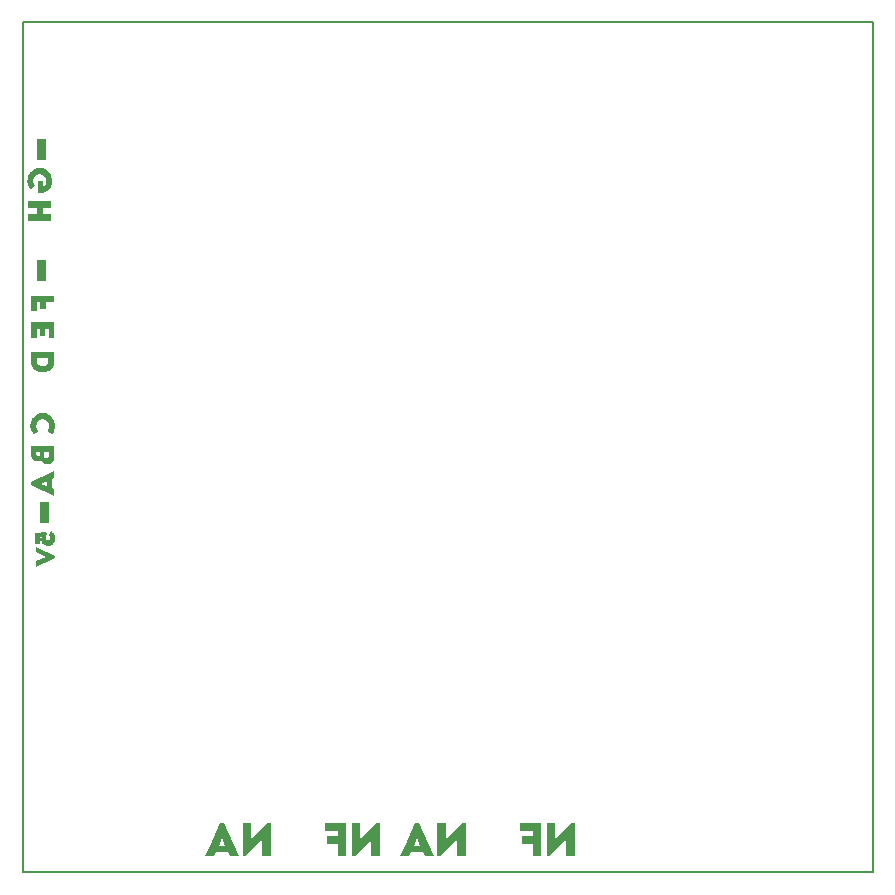
<source format=gbr>
%TF.GenerationSoftware,KiCad,Pcbnew,8.0.1*%
%TF.CreationDate,2024-09-28T14:19:56-03:00*%
%TF.ProjectId,AdeJiga,4164654a-6967-4612-9e6b-696361645f70,rev?*%
%TF.SameCoordinates,Original*%
%TF.FileFunction,Profile,NP*%
%FSLAX46Y46*%
G04 Gerber Fmt 4.6, Leading zero omitted, Abs format (unit mm)*
G04 Created by KiCad (PCBNEW 8.0.1) date 2024-09-28 14:19:56*
%MOMM*%
%LPD*%
G01*
G04 APERTURE LIST*
%ADD10C,0.100000*%
%ADD11C,0.200000*%
%TA.AperFunction,Profile*%
%ADD12C,0.200000*%
%TD*%
%ADD13C,0.300000*%
G04 APERTURE END LIST*
D10*
G36*
X123973845Y-32892882D02*
G01*
X123973845Y-34636043D01*
X123254305Y-34636043D01*
X123254305Y-32892882D01*
X123973845Y-32892882D01*
G37*
G36*
X123973845Y-43142882D02*
G01*
X123973845Y-44886043D01*
X123254305Y-44886043D01*
X123254305Y-43142882D01*
X123973845Y-43142882D01*
G37*
D11*
G36*
X123318528Y-37445108D02*
G01*
X123318528Y-36427348D01*
X123711124Y-36427348D01*
X123711124Y-36881493D01*
X123808259Y-36860663D01*
X123888381Y-36809074D01*
X123949876Y-36730464D01*
X123985725Y-36647011D01*
X124006579Y-36549554D01*
X124011836Y-36462958D01*
X124005022Y-36363703D01*
X123985418Y-36272438D01*
X123954286Y-36189552D01*
X123897023Y-36092738D01*
X123824495Y-36012423D01*
X123739690Y-35949525D01*
X123645595Y-35904960D01*
X123545199Y-35879646D01*
X123467565Y-35873845D01*
X123354769Y-35885567D01*
X123249959Y-35918990D01*
X123155308Y-35971496D01*
X123072991Y-36040467D01*
X123005182Y-36123287D01*
X122954056Y-36217339D01*
X122921785Y-36320004D01*
X122910545Y-36428667D01*
X122919952Y-36525878D01*
X122946919Y-36622840D01*
X122989569Y-36715772D01*
X123046026Y-36800889D01*
X123083762Y-36844563D01*
X122680615Y-37136043D01*
X122613023Y-37050648D01*
X122564572Y-36971409D01*
X122521855Y-36884581D01*
X122485552Y-36792122D01*
X122456343Y-36695989D01*
X122434909Y-36598141D01*
X122421929Y-36500535D01*
X122418152Y-36428667D01*
X122423644Y-36314962D01*
X122439751Y-36204991D01*
X122465916Y-36099249D01*
X122501587Y-35998234D01*
X122546206Y-35902444D01*
X122599219Y-35812374D01*
X122660070Y-35728523D01*
X122728206Y-35651388D01*
X122803070Y-35581466D01*
X122884107Y-35519253D01*
X122970762Y-35465248D01*
X123062481Y-35419947D01*
X123158708Y-35383847D01*
X123258887Y-35357446D01*
X123362464Y-35341241D01*
X123468884Y-35335729D01*
X123572986Y-35341235D01*
X123674390Y-35357437D01*
X123772541Y-35383862D01*
X123866886Y-35420036D01*
X123956870Y-35465487D01*
X124041938Y-35519740D01*
X124121537Y-35582323D01*
X124195110Y-35652762D01*
X124262104Y-35730584D01*
X124321965Y-35815315D01*
X124374138Y-35906483D01*
X124418068Y-36003613D01*
X124453201Y-36106233D01*
X124478982Y-36213869D01*
X124494858Y-36326047D01*
X124500273Y-36442295D01*
X124495748Y-36546544D01*
X124482348Y-36647758D01*
X124460342Y-36745429D01*
X124429993Y-36839047D01*
X124391569Y-36928104D01*
X124345334Y-37012088D01*
X124291557Y-37090492D01*
X124230501Y-37162806D01*
X124162433Y-37228520D01*
X124087620Y-37287124D01*
X124006326Y-37338110D01*
X123918819Y-37380969D01*
X123825363Y-37415190D01*
X123726226Y-37440264D01*
X123621672Y-37455682D01*
X123511969Y-37460935D01*
X123422755Y-37457149D01*
X123331023Y-37446879D01*
X123318528Y-37445108D01*
G37*
D12*
X194000000Y-23000000D02*
X194000000Y-95000000D01*
X194000000Y-95000000D02*
X122000000Y-95000000D01*
X122000000Y-95000000D02*
X122000000Y-23000000D01*
X122000000Y-23000000D02*
X194000000Y-23000000D01*
D13*
G36*
X157863834Y-90800401D02*
G01*
X157863834Y-92151064D01*
X159274947Y-90776587D01*
X159511252Y-90776587D01*
X159511252Y-93575000D01*
X158779745Y-93575000D01*
X158779745Y-92221284D01*
X157363136Y-93614078D01*
X157130495Y-93614078D01*
X157130495Y-90800401D01*
X157863834Y-90800401D01*
G37*
G36*
X156856943Y-93575000D02*
G01*
X156057048Y-93575000D01*
X155916608Y-93250767D01*
X154887735Y-93250767D01*
X154749738Y-93575000D01*
X153948011Y-93575000D01*
X154342628Y-92715265D01*
X155120376Y-92715265D01*
X155686409Y-92715265D01*
X155402477Y-92062526D01*
X155120376Y-92715265D01*
X154342628Y-92715265D01*
X155229675Y-90782693D01*
X155576500Y-90782693D01*
X156856943Y-93575000D01*
G37*
D11*
G36*
X124750273Y-57168555D02*
G01*
X124744817Y-57279317D01*
X124728964Y-57385303D01*
X124703488Y-57486353D01*
X124669160Y-57582308D01*
X124626754Y-57673009D01*
X124577042Y-57758294D01*
X124520798Y-57838005D01*
X124458794Y-57911981D01*
X124057405Y-57611709D01*
X124118314Y-57537547D01*
X124169840Y-57459089D01*
X124210295Y-57376493D01*
X124237993Y-57289915D01*
X124251247Y-57199512D01*
X124252164Y-57168555D01*
X124241755Y-57063817D01*
X124211676Y-56963567D01*
X124163648Y-56870726D01*
X124099390Y-56788214D01*
X124020625Y-56718953D01*
X123929072Y-56665864D01*
X123826453Y-56631869D01*
X123714488Y-56619888D01*
X123603420Y-56631422D01*
X123500975Y-56664435D01*
X123409062Y-56716542D01*
X123329586Y-56785356D01*
X123264452Y-56868493D01*
X123215569Y-56963567D01*
X123184840Y-57068193D01*
X123174174Y-57179986D01*
X123184292Y-57277581D01*
X123213209Y-57375974D01*
X123251325Y-57458391D01*
X123300315Y-57536797D01*
X123358822Y-57609071D01*
X122977656Y-57911981D01*
X122908981Y-57832651D01*
X122848245Y-57747694D01*
X122795762Y-57658163D01*
X122751848Y-57565108D01*
X122716815Y-57469579D01*
X122690978Y-57372629D01*
X122674653Y-57275308D01*
X122668152Y-57178667D01*
X122673371Y-57064600D01*
X122688724Y-56954360D01*
X122713752Y-56848433D01*
X122747994Y-56747307D01*
X122790992Y-56651470D01*
X122842287Y-56561408D01*
X122901419Y-56477611D01*
X122967929Y-56400564D01*
X123041359Y-56330756D01*
X123121248Y-56268674D01*
X123207139Y-56214805D01*
X123298571Y-56169638D01*
X123395085Y-56133659D01*
X123496223Y-56107356D01*
X123601525Y-56091217D01*
X123710531Y-56085729D01*
X123825449Y-56091741D01*
X123935077Y-56109302D01*
X124039121Y-56137699D01*
X124137288Y-56176218D01*
X124229286Y-56224148D01*
X124314822Y-56280776D01*
X124393602Y-56345387D01*
X124465333Y-56417270D01*
X124529723Y-56495712D01*
X124586478Y-56579999D01*
X124635306Y-56669418D01*
X124675913Y-56763258D01*
X124708006Y-56860804D01*
X124731292Y-56961344D01*
X124745479Y-57064166D01*
X124750273Y-57168555D01*
G37*
D10*
G36*
X123596081Y-66787316D02*
G01*
X123601133Y-66709254D01*
X123617870Y-66630921D01*
X123645540Y-66562735D01*
X123472250Y-66589480D01*
X123472250Y-67187386D01*
X123080240Y-67187386D01*
X123080240Y-66280635D01*
X123948890Y-66152773D01*
X124060631Y-66350610D01*
X124015053Y-66410018D01*
X123981222Y-66485707D01*
X123962065Y-66558431D01*
X123953036Y-66641131D01*
X123952920Y-66651029D01*
X123962298Y-66732171D01*
X123996345Y-66807621D01*
X124055868Y-66859007D01*
X124129336Y-66879612D01*
X124154054Y-66880739D01*
X124237103Y-66866926D01*
X124306582Y-66822100D01*
X124349291Y-66754133D01*
X124365000Y-66682106D01*
X124365812Y-66660188D01*
X124355483Y-66586816D01*
X124319857Y-66514214D01*
X124266166Y-66454653D01*
X124235753Y-66429378D01*
X124398419Y-66071441D01*
X124467057Y-66111154D01*
X124528207Y-66155996D01*
X124598367Y-66222942D01*
X124655881Y-66297037D01*
X124701132Y-66377155D01*
X124734500Y-66462172D01*
X124756369Y-66550963D01*
X124767121Y-66642403D01*
X124768447Y-66688764D01*
X124762269Y-66789834D01*
X124744099Y-66885299D01*
X124714484Y-66974214D01*
X124673972Y-67055632D01*
X124623109Y-67128604D01*
X124562443Y-67192183D01*
X124492519Y-67245422D01*
X124413886Y-67287375D01*
X124327091Y-67317093D01*
X124232679Y-67333629D01*
X124165778Y-67336863D01*
X124076717Y-67331166D01*
X123992667Y-67314435D01*
X123914447Y-67287206D01*
X123842876Y-67250019D01*
X123778772Y-67203411D01*
X123722954Y-67147920D01*
X123676240Y-67084084D01*
X123639450Y-67012441D01*
X123613401Y-66933529D01*
X123598913Y-66847886D01*
X123596081Y-66787316D01*
G37*
G36*
X123103688Y-68668230D02*
G01*
X123996151Y-68285746D01*
X123103688Y-67904361D01*
X123103688Y-67429553D01*
X124768447Y-68188293D01*
X124768447Y-68387229D01*
X123103688Y-69149267D01*
X123103688Y-68668230D01*
G37*
D13*
G36*
X167113834Y-90800401D02*
G01*
X167113834Y-92151064D01*
X168524947Y-90776587D01*
X168761252Y-90776587D01*
X168761252Y-93575000D01*
X168029745Y-93575000D01*
X168029745Y-92221284D01*
X166613136Y-93614078D01*
X166380495Y-93614078D01*
X166380495Y-90800401D01*
X167113834Y-90800401D01*
G37*
G36*
X164117585Y-91487944D02*
G01*
X164117585Y-90800401D01*
X165903611Y-90800401D01*
X165903611Y-93575000D01*
X165180652Y-93575000D01*
X165180652Y-92545516D01*
X164305652Y-92545516D01*
X164305652Y-91933688D01*
X165180652Y-91933688D01*
X165180652Y-91487944D01*
X164117585Y-91487944D01*
G37*
G36*
X150613834Y-90800401D02*
G01*
X150613834Y-92151064D01*
X152024947Y-90776587D01*
X152261252Y-90776587D01*
X152261252Y-93575000D01*
X151529745Y-93575000D01*
X151529745Y-92221284D01*
X150113136Y-93614078D01*
X149880495Y-93614078D01*
X149880495Y-90800401D01*
X150613834Y-90800401D01*
G37*
G36*
X147617585Y-91487944D02*
G01*
X147617585Y-90800401D01*
X149403611Y-90800401D01*
X149403611Y-93575000D01*
X148680652Y-93575000D01*
X148680652Y-92545516D01*
X147805652Y-92545516D01*
X147805652Y-91933688D01*
X148680652Y-91933688D01*
X148680652Y-91487944D01*
X147617585Y-91487944D01*
G37*
D11*
G36*
X124694000Y-59768639D02*
G01*
X124686539Y-59876774D01*
X124665054Y-59977200D01*
X124630894Y-60069276D01*
X124585406Y-60152365D01*
X124529937Y-60225826D01*
X124465834Y-60289021D01*
X124394446Y-60341311D01*
X124290259Y-60392962D01*
X124178709Y-60422576D01*
X124092136Y-60429413D01*
X123986492Y-60418798D01*
X123889869Y-60389008D01*
X123803828Y-60343123D01*
X123729930Y-60284223D01*
X123669737Y-60215391D01*
X123624809Y-60139706D01*
X123592494Y-60040158D01*
X123586993Y-59980104D01*
X123546995Y-60066414D01*
X123476991Y-60127103D01*
X123394412Y-60168928D01*
X123294775Y-60193431D01*
X123239680Y-60196845D01*
X123139281Y-60184828D01*
X123044179Y-60150086D01*
X122956866Y-60094581D01*
X122879837Y-60020276D01*
X122815585Y-59929135D01*
X122766603Y-59823119D01*
X122741388Y-59735028D01*
X122727217Y-59640502D01*
X122724425Y-59574319D01*
X122724425Y-59428799D01*
X123182527Y-59428799D01*
X123182527Y-59558053D01*
X123195395Y-59645468D01*
X123243771Y-59722599D01*
X123332883Y-59755010D01*
X123420363Y-59726821D01*
X123473372Y-59651683D01*
X123489231Y-59565167D01*
X123489394Y-59554535D01*
X123489394Y-59428799D01*
X123849017Y-59428799D01*
X123849896Y-59692142D01*
X123859484Y-59780355D01*
X123898256Y-59864315D01*
X123972518Y-59916019D01*
X124031027Y-59924710D01*
X124122010Y-59899736D01*
X124181610Y-59834675D01*
X124211411Y-59744314D01*
X124215674Y-59688625D01*
X124215674Y-59428799D01*
X123849017Y-59428799D01*
X123489394Y-59428799D01*
X123182527Y-59428799D01*
X122724425Y-59428799D01*
X122724425Y-58921898D01*
X124694000Y-58921898D01*
X124694000Y-59768639D01*
G37*
G36*
X124694000Y-51569483D02*
G01*
X124689653Y-51692749D01*
X124676740Y-51809663D01*
X124655456Y-51920005D01*
X124625993Y-52023553D01*
X124588545Y-52120086D01*
X124543304Y-52209384D01*
X124490463Y-52291226D01*
X124430217Y-52365391D01*
X124362758Y-52431658D01*
X124288280Y-52489806D01*
X124206975Y-52539614D01*
X124119037Y-52580861D01*
X124024658Y-52613327D01*
X123924033Y-52636791D01*
X123817355Y-52651031D01*
X123704816Y-52655826D01*
X123591392Y-52651031D01*
X123483875Y-52636791D01*
X123382465Y-52613327D01*
X123287360Y-52580861D01*
X123198759Y-52539614D01*
X123116862Y-52489806D01*
X123041868Y-52431658D01*
X122973974Y-52365391D01*
X122913381Y-52291226D01*
X122860288Y-52209384D01*
X122814892Y-52120086D01*
X122777395Y-52023553D01*
X122747993Y-51920005D01*
X122726887Y-51809663D01*
X122714275Y-51692749D01*
X122710357Y-51569483D01*
X122710631Y-51434954D01*
X123202750Y-51434954D01*
X123202750Y-51555854D01*
X123207691Y-51652147D01*
X123222289Y-51740711D01*
X123256197Y-51846114D01*
X123305886Y-51936198D01*
X123370562Y-52010061D01*
X123449432Y-52066801D01*
X123541702Y-52105516D01*
X123646579Y-52125306D01*
X123703497Y-52127822D01*
X123813125Y-52117879D01*
X123910676Y-52088667D01*
X123995368Y-52041114D01*
X124066418Y-51976147D01*
X124123041Y-51894694D01*
X124164457Y-51797682D01*
X124189880Y-51686038D01*
X124197982Y-51593261D01*
X124198528Y-51560690D01*
X124198089Y-51560690D01*
X124198089Y-51434954D01*
X123202750Y-51434954D01*
X122710631Y-51434954D01*
X122711676Y-50921898D01*
X124694000Y-50921898D01*
X124694000Y-51569483D01*
G37*
G36*
X122474425Y-39288136D02*
G01*
X123205981Y-39288136D01*
X123205981Y-38698583D01*
X122474425Y-38698583D01*
X122474425Y-38171898D01*
X124444000Y-38171898D01*
X124444000Y-38698583D01*
X123698375Y-38698583D01*
X123698375Y-39288136D01*
X124444000Y-39288136D01*
X124444000Y-39813503D01*
X122474425Y-39813503D01*
X122474425Y-39288136D01*
G37*
G36*
X123214181Y-49707836D02*
G01*
X122724425Y-49707836D01*
X122724425Y-48421898D01*
X124694000Y-48421898D01*
X124694000Y-49707836D01*
X124200727Y-49707836D01*
X124200727Y-48942428D01*
X123923755Y-48942428D01*
X123923755Y-49572428D01*
X123484118Y-49572428D01*
X123484118Y-48942428D01*
X123214181Y-48942428D01*
X123214181Y-49707836D01*
G37*
D13*
G36*
X141363834Y-90800401D02*
G01*
X141363834Y-92151064D01*
X142774947Y-90776587D01*
X143011252Y-90776587D01*
X143011252Y-93575000D01*
X142279745Y-93575000D01*
X142279745Y-92221284D01*
X140863136Y-93614078D01*
X140630495Y-93614078D01*
X140630495Y-90800401D01*
X141363834Y-90800401D01*
G37*
G36*
X140356943Y-93575000D02*
G01*
X139557048Y-93575000D01*
X139416608Y-93250767D01*
X138387735Y-93250767D01*
X138249738Y-93575000D01*
X137448011Y-93575000D01*
X137842628Y-92715265D01*
X138620376Y-92715265D01*
X139186409Y-92715265D01*
X138902477Y-92062526D01*
X138620376Y-92715265D01*
X137842628Y-92715265D01*
X138729675Y-90782693D01*
X139076500Y-90782693D01*
X140356943Y-93575000D01*
G37*
D11*
G36*
X123191320Y-47457836D02*
G01*
X122696288Y-47457836D01*
X122696288Y-46171898D01*
X124694000Y-46171898D01*
X124694000Y-46692428D01*
X123952771Y-46692428D01*
X123952771Y-47322428D01*
X123512255Y-47322428D01*
X123512255Y-46692428D01*
X123191320Y-46692428D01*
X123191320Y-47457836D01*
G37*
D10*
G36*
X124223845Y-63642882D02*
G01*
X124223845Y-65386043D01*
X123504305Y-65386043D01*
X123504305Y-63642882D01*
X124223845Y-63642882D01*
G37*
D11*
G36*
X124694000Y-61601423D02*
G01*
X124460552Y-61702540D01*
X124460552Y-62443328D01*
X124694000Y-62542686D01*
X124694000Y-63119930D01*
X122683539Y-62197131D01*
X122683539Y-62072714D01*
X123605018Y-62072714D01*
X124074990Y-62275826D01*
X124074990Y-61868283D01*
X123605018Y-62072714D01*
X122683539Y-62072714D01*
X122683539Y-61947418D01*
X124694000Y-61025498D01*
X124694000Y-61601423D01*
G37*
M02*

</source>
